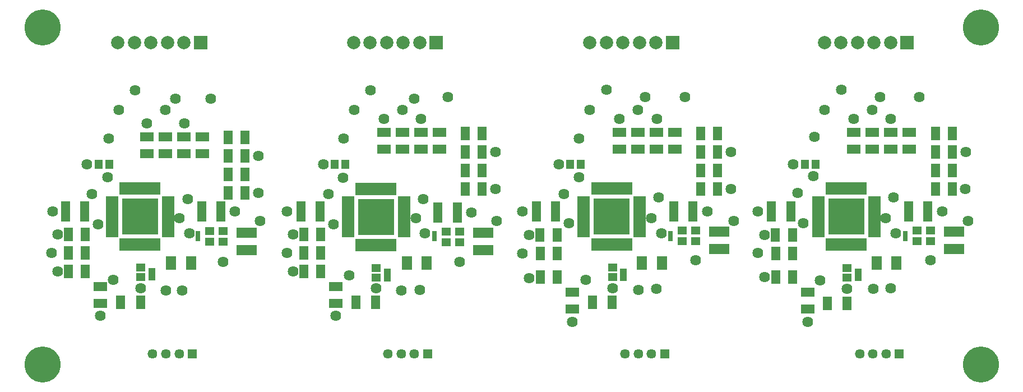
<source format=gts>
G04*
G04 #@! TF.GenerationSoftware,Altium Limited,Altium Designer,22.10.1 (41)*
G04*
G04 Layer_Color=8388736*
%FSLAX44Y44*%
%MOMM*%
G71*
G04*
G04 #@! TF.SameCoordinates,E6263BE7-1458-4C56-9D4E-A9492F5360D3*
G04*
G04*
G04 #@! TF.FilePolarity,Negative*
G04*
G01*
G75*
%ADD14R,1.5056X2.1556*%
%ADD15R,1.3756X1.2556*%
%ADD16R,0.9756X1.0056*%
%ADD17R,1.3556X2.1056*%
%ADD18R,1.4056X2.1556*%
%ADD19R,2.1556X1.4056*%
%ADD20R,1.4556X3.1556*%
%ADD21R,1.3056X1.3556*%
%ADD22R,3.0756X1.6156*%
%ADD23R,1.3556X1.3056*%
%ADD24R,0.7756X0.8156*%
%ADD25R,5.4556X5.4556*%
%ADD26R,1.8306X0.6556*%
%ADD27R,0.6556X1.8306*%
%ADD28C,2.0056*%
%ADD29R,2.0056X2.0056*%
%ADD30C,1.4556*%
%ADD31R,1.4556X1.4556*%
%ADD32C,1.6256*%
%ADD33C,5.4356*%
D14*
X817090Y857250D02*
D03*
X847090D02*
D03*
X1526540D02*
D03*
X1556540D02*
D03*
X1172450D02*
D03*
X1202450D02*
D03*
X491250D02*
D03*
X461250D02*
D03*
D15*
X1482090Y849110D02*
D03*
Y834910D02*
D03*
X1127760Y849860D02*
D03*
Y835660D02*
D03*
X770890Y849630D02*
D03*
Y835430D02*
D03*
X415290Y836180D02*
D03*
Y850380D02*
D03*
D16*
X1498600Y835070D02*
D03*
Y843870D02*
D03*
X1144270Y835070D02*
D03*
Y843870D02*
D03*
X787400Y834390D02*
D03*
Y843190D02*
D03*
X431800Y844550D02*
D03*
Y835750D02*
D03*
D17*
X1452090Y796290D02*
D03*
X1482090D02*
D03*
X1097520Y797560D02*
D03*
X1127520D02*
D03*
X770410D02*
D03*
X740410D02*
D03*
X415050D02*
D03*
X385050D02*
D03*
D18*
X1399540Y899160D02*
D03*
X1374040D02*
D03*
X1399590Y835660D02*
D03*
X1374090D02*
D03*
X1399640Y871220D02*
D03*
X1374140D02*
D03*
X1615390Y1052830D02*
D03*
X1640890D02*
D03*
X1615390Y1024890D02*
D03*
X1640890D02*
D03*
X1615390Y996950D02*
D03*
X1640890D02*
D03*
X1615390Y969010D02*
D03*
X1640890D02*
D03*
X1261060D02*
D03*
X1286560D02*
D03*
X1261060Y996950D02*
D03*
X1286560D02*
D03*
X1261060Y1024890D02*
D03*
X1286560D02*
D03*
X1261060Y1052830D02*
D03*
X1286560D02*
D03*
X1043940Y899160D02*
D03*
X1018440D02*
D03*
X1043990Y871220D02*
D03*
X1018490D02*
D03*
X1043990Y835660D02*
D03*
X1018490D02*
D03*
X687120Y844550D02*
D03*
X661620D02*
D03*
X930960Y969010D02*
D03*
X905460D02*
D03*
X930960Y996950D02*
D03*
X905460D02*
D03*
X930960Y1052830D02*
D03*
X905460D02*
D03*
X930960Y1024890D02*
D03*
X905460D02*
D03*
X547320Y1046480D02*
D03*
X572820D02*
D03*
X547320Y1018540D02*
D03*
X572820D02*
D03*
X547320Y990600D02*
D03*
X572820D02*
D03*
X547320Y962660D02*
D03*
X572820D02*
D03*
X661620Y900430D02*
D03*
X687120D02*
D03*
X661620Y872490D02*
D03*
X687120D02*
D03*
X306020D02*
D03*
X331520D02*
D03*
X306020Y900430D02*
D03*
X331520D02*
D03*
X306020Y844550D02*
D03*
X331520D02*
D03*
D19*
X1422400Y787350D02*
D03*
Y812850D02*
D03*
X1492250Y1028700D02*
D03*
Y1054200D02*
D03*
X1520190Y1028700D02*
D03*
Y1054200D02*
D03*
X1548130Y1028700D02*
D03*
Y1054200D02*
D03*
X1576070Y1028700D02*
D03*
Y1054200D02*
D03*
X1221740Y1028650D02*
D03*
Y1054150D02*
D03*
X1193800Y1028650D02*
D03*
Y1054150D02*
D03*
X1165860Y1028650D02*
D03*
Y1054150D02*
D03*
X1137920Y1028650D02*
D03*
Y1054150D02*
D03*
X1066800Y787350D02*
D03*
Y812850D02*
D03*
X709930Y796190D02*
D03*
Y821690D02*
D03*
X866140Y1054150D02*
D03*
Y1028650D02*
D03*
X810260Y1054150D02*
D03*
Y1028650D02*
D03*
X838200Y1054150D02*
D03*
Y1028650D02*
D03*
X782320Y1054150D02*
D03*
Y1028650D02*
D03*
X424180Y1022300D02*
D03*
Y1047800D02*
D03*
X452120Y1022300D02*
D03*
Y1047800D02*
D03*
X480060Y1022300D02*
D03*
Y1047800D02*
D03*
X508000Y1022300D02*
D03*
Y1047800D02*
D03*
X354330Y821690D02*
D03*
Y796190D02*
D03*
D20*
X1368000Y934720D02*
D03*
X1397000D02*
D03*
X1603800D02*
D03*
X1574800D02*
D03*
X1249470D02*
D03*
X1220470D02*
D03*
X1012930D02*
D03*
X1041930D02*
D03*
X893340Y933450D02*
D03*
X864340D02*
D03*
X686330Y934720D02*
D03*
X657330D02*
D03*
X330730D02*
D03*
X301730D02*
D03*
X507470D02*
D03*
X536470D02*
D03*
D21*
X1434210Y1005840D02*
D03*
X1418210D02*
D03*
X1079880D02*
D03*
X1063880D02*
D03*
X724280D02*
D03*
X708280D02*
D03*
X367410D02*
D03*
X351410D02*
D03*
D22*
X1643380Y878240D02*
D03*
Y904840D02*
D03*
X1289050Y878240D02*
D03*
Y904840D02*
D03*
X932180Y876370D02*
D03*
Y902970D02*
D03*
X575310D02*
D03*
Y876370D02*
D03*
D23*
X1607820Y889890D02*
D03*
Y905890D02*
D03*
X1587500Y889890D02*
D03*
Y905890D02*
D03*
X1253490Y889890D02*
D03*
Y905890D02*
D03*
X1233170Y889890D02*
D03*
Y905890D02*
D03*
X876300Y888620D02*
D03*
Y904620D02*
D03*
X896620Y888620D02*
D03*
Y904620D02*
D03*
X519430Y905510D02*
D03*
Y889510D02*
D03*
X539750Y905510D02*
D03*
Y889510D02*
D03*
D24*
X1569720Y894590D02*
D03*
Y901190D02*
D03*
X1215390Y894590D02*
D03*
Y901190D02*
D03*
X858520Y894080D02*
D03*
Y900680D02*
D03*
X501650Y901190D02*
D03*
Y894590D02*
D03*
D25*
X1126490Y927100D02*
D03*
X770690Y926630D02*
D03*
X414020Y927100D02*
D03*
X1480820D02*
D03*
D26*
X1168870Y954600D02*
D03*
Y949600D02*
D03*
Y944600D02*
D03*
Y939600D02*
D03*
Y934600D02*
D03*
Y929600D02*
D03*
Y924600D02*
D03*
Y919600D02*
D03*
Y914600D02*
D03*
Y909600D02*
D03*
Y904600D02*
D03*
Y899600D02*
D03*
X1084110D02*
D03*
Y904600D02*
D03*
Y909600D02*
D03*
Y914600D02*
D03*
Y919600D02*
D03*
Y924600D02*
D03*
Y929600D02*
D03*
Y934600D02*
D03*
Y939600D02*
D03*
Y944600D02*
D03*
Y949600D02*
D03*
Y954600D02*
D03*
X813070Y954130D02*
D03*
Y949130D02*
D03*
Y944130D02*
D03*
Y939130D02*
D03*
Y934130D02*
D03*
Y929130D02*
D03*
Y924130D02*
D03*
Y919130D02*
D03*
Y914130D02*
D03*
Y909130D02*
D03*
Y904130D02*
D03*
Y899130D02*
D03*
X728310D02*
D03*
Y904130D02*
D03*
Y909130D02*
D03*
Y914130D02*
D03*
Y919130D02*
D03*
Y924130D02*
D03*
Y929130D02*
D03*
Y934130D02*
D03*
Y939130D02*
D03*
Y944130D02*
D03*
Y949130D02*
D03*
Y954130D02*
D03*
X456400Y954600D02*
D03*
Y949600D02*
D03*
Y944600D02*
D03*
Y939600D02*
D03*
Y934600D02*
D03*
Y929600D02*
D03*
Y924600D02*
D03*
Y919600D02*
D03*
Y914600D02*
D03*
Y909600D02*
D03*
Y904600D02*
D03*
Y899600D02*
D03*
X371640D02*
D03*
Y904600D02*
D03*
Y909600D02*
D03*
Y914600D02*
D03*
Y919600D02*
D03*
Y924600D02*
D03*
Y929600D02*
D03*
Y934600D02*
D03*
Y939600D02*
D03*
Y944600D02*
D03*
Y949600D02*
D03*
Y954600D02*
D03*
X1438440D02*
D03*
Y949600D02*
D03*
Y944600D02*
D03*
Y939600D02*
D03*
Y934600D02*
D03*
Y929600D02*
D03*
Y924600D02*
D03*
Y919600D02*
D03*
Y914600D02*
D03*
Y909600D02*
D03*
Y904600D02*
D03*
Y899600D02*
D03*
X1523200D02*
D03*
Y904600D02*
D03*
Y909600D02*
D03*
Y914600D02*
D03*
Y919600D02*
D03*
Y924600D02*
D03*
Y929600D02*
D03*
Y934600D02*
D03*
Y939600D02*
D03*
Y944600D02*
D03*
Y949600D02*
D03*
Y954600D02*
D03*
D27*
X1153990Y884720D02*
D03*
X1148990D02*
D03*
X1143990D02*
D03*
X1138990D02*
D03*
X1133990D02*
D03*
X1128990D02*
D03*
X1123990D02*
D03*
X1118990D02*
D03*
X1113990D02*
D03*
X1108990D02*
D03*
X1103990D02*
D03*
X1098990D02*
D03*
Y969480D02*
D03*
X1103990D02*
D03*
X1108990D02*
D03*
X1113990D02*
D03*
X1118990D02*
D03*
X1123990D02*
D03*
X1128990D02*
D03*
X1133990D02*
D03*
X1138990D02*
D03*
X1143990D02*
D03*
X1148990D02*
D03*
X1153990D02*
D03*
X798190Y884250D02*
D03*
X793190D02*
D03*
X788190D02*
D03*
X783190D02*
D03*
X778190D02*
D03*
X773190D02*
D03*
X768190D02*
D03*
X763190D02*
D03*
X758190D02*
D03*
X753190D02*
D03*
X748190D02*
D03*
X743190D02*
D03*
Y969010D02*
D03*
X748190D02*
D03*
X753190D02*
D03*
X758190D02*
D03*
X763190D02*
D03*
X768190D02*
D03*
X773190D02*
D03*
X778190D02*
D03*
X783190D02*
D03*
X788190D02*
D03*
X793190D02*
D03*
X798190D02*
D03*
X441520Y884720D02*
D03*
X436520D02*
D03*
X431520D02*
D03*
X426520D02*
D03*
X421520D02*
D03*
X416520D02*
D03*
X411520D02*
D03*
X406520D02*
D03*
X401520D02*
D03*
X396520D02*
D03*
X391520D02*
D03*
X386520D02*
D03*
Y969480D02*
D03*
X391520D02*
D03*
X396520D02*
D03*
X401520D02*
D03*
X406520D02*
D03*
X411520D02*
D03*
X416520D02*
D03*
X421520D02*
D03*
X426520D02*
D03*
X431520D02*
D03*
X436520D02*
D03*
X441520D02*
D03*
X1508320D02*
D03*
X1503320D02*
D03*
X1498320D02*
D03*
X1493320D02*
D03*
X1488320D02*
D03*
X1483320D02*
D03*
X1478320D02*
D03*
X1473320D02*
D03*
X1468320D02*
D03*
X1463320D02*
D03*
X1458320D02*
D03*
X1453320D02*
D03*
Y884720D02*
D03*
X1458320D02*
D03*
X1463320D02*
D03*
X1468320D02*
D03*
X1473320D02*
D03*
X1478320D02*
D03*
X1483320D02*
D03*
X1488320D02*
D03*
X1493320D02*
D03*
X1498320D02*
D03*
X1503320D02*
D03*
X1508320D02*
D03*
D28*
X1447800Y1189990D02*
D03*
X1472800D02*
D03*
X1497800D02*
D03*
X1522800D02*
D03*
X1547800D02*
D03*
X1093470D02*
D03*
X1118470D02*
D03*
X1143470D02*
D03*
X1168470D02*
D03*
X1193470D02*
D03*
X736600D02*
D03*
X761600D02*
D03*
X786600D02*
D03*
X811600D02*
D03*
X836600D02*
D03*
X380530D02*
D03*
X405530D02*
D03*
X430530D02*
D03*
X455530D02*
D03*
X480530D02*
D03*
D29*
X1572800D02*
D03*
X1218470D02*
D03*
X861600D02*
D03*
X505530D02*
D03*
D30*
X1501140Y720090D02*
D03*
X1521140D02*
D03*
X1541140D02*
D03*
X1146810D02*
D03*
X1166810D02*
D03*
X1186810D02*
D03*
X788670D02*
D03*
X808670D02*
D03*
X828670D02*
D03*
X433390D02*
D03*
X453390D02*
D03*
X473390D02*
D03*
D31*
X1561140D02*
D03*
X1206810D02*
D03*
X848670D02*
D03*
X493390D02*
D03*
D32*
X1046480Y1005840D02*
D03*
X281940Y934720D02*
D03*
X1548130Y819150D02*
D03*
X1551940Y956310D02*
D03*
X1521460Y817880D02*
D03*
X1540510Y924560D02*
D03*
X1407160Y962660D02*
D03*
X1416050Y916940D02*
D03*
X1661007Y968872D02*
D03*
X1661160Y1024890D02*
D03*
X1548130Y1074420D02*
D03*
X1492250D02*
D03*
X1400810Y1005840D02*
D03*
X1422400Y768350D02*
D03*
X1347470Y872490D02*
D03*
X1531620Y1107440D02*
D03*
X1591310D02*
D03*
X1357630Y899160D02*
D03*
Y835660D02*
D03*
X1432560Y1047750D02*
D03*
X1447800Y1088390D02*
D03*
X1520190D02*
D03*
X1473200Y1118870D02*
D03*
X1431290Y988060D02*
D03*
X1441450Y830580D02*
D03*
X1482090Y817880D02*
D03*
X1664970Y920750D02*
D03*
X1607820Y861060D02*
D03*
X1555750Y901700D02*
D03*
X1347470Y934720D02*
D03*
X1625600D02*
D03*
X488950Y901700D02*
D03*
X844550D02*
D03*
X1201420D02*
D03*
X473710Y924560D02*
D03*
X830580D02*
D03*
X1186180D02*
D03*
X1195070Y1074420D02*
D03*
X481330Y1068070D02*
D03*
X838200Y1074420D02*
D03*
X350520Y915670D02*
D03*
X1087120Y831850D02*
D03*
X1193800Y817880D02*
D03*
X1197610Y956310D02*
D03*
X1167130Y816610D02*
D03*
X1054100Y961390D02*
D03*
X1061720Y916940D02*
D03*
X1066800Y768350D02*
D03*
X1076960Y1045210D02*
D03*
X1093470Y1088390D02*
D03*
X737870D02*
D03*
X1165860D02*
D03*
X1118941Y1118799D02*
D03*
X1177290Y1107440D02*
D03*
X1236980D02*
D03*
X878840D02*
D03*
X520700Y1104900D02*
D03*
X1002030Y834390D02*
D03*
Y899160D02*
D03*
X991870Y871220D02*
D03*
X1306830Y969010D02*
D03*
X1306509Y1025013D02*
D03*
X1137920Y1074420D02*
D03*
X1076960Y986790D02*
D03*
X1127760Y819150D02*
D03*
X1310640Y920750D02*
D03*
X1253490Y861060D02*
D03*
X991870Y934720D02*
D03*
X1271270D02*
D03*
X914400Y933450D02*
D03*
X836930Y816610D02*
D03*
X808990Y815340D02*
D03*
X842010Y953770D02*
D03*
X730250Y838200D02*
D03*
X721170Y985520D02*
D03*
X373380Y831850D02*
D03*
X364915Y986267D02*
D03*
X698500Y961390D02*
D03*
X706120Y915670D02*
D03*
X828040Y1104900D02*
D03*
X762000Y1117600D02*
D03*
X721360Y1045210D02*
D03*
X810260Y1088390D02*
D03*
X951230Y1024890D02*
D03*
Y969010D02*
D03*
X782320Y1074420D02*
D03*
X645160Y844550D02*
D03*
Y900430D02*
D03*
X636270Y872490D02*
D03*
Y934720D02*
D03*
X690880Y1005840D02*
D03*
X367030Y1045210D02*
D03*
X289560Y844550D02*
D03*
Y900430D02*
D03*
X709930Y777240D02*
D03*
X952500Y920750D02*
D03*
X896620Y858520D02*
D03*
X770890Y819150D02*
D03*
X486410Y953770D02*
D03*
X477520Y815340D02*
D03*
X453390D02*
D03*
X341630Y961390D02*
D03*
X557530Y934720D02*
D03*
X406400Y1117600D02*
D03*
X334010Y1005840D02*
D03*
X280670Y872490D02*
D03*
X354330Y777240D02*
D03*
X467360Y1104900D02*
D03*
X595630Y920750D02*
D03*
X593090Y962660D02*
D03*
X452120Y1088390D02*
D03*
X382270D02*
D03*
X424180Y1068070D02*
D03*
X593090Y1018540D02*
D03*
X415290Y819150D02*
D03*
X539750Y858520D02*
D03*
D33*
X1684020Y703580D02*
D03*
Y1212850D02*
D03*
X266700D02*
D03*
Y703580D02*
D03*
M02*

</source>
